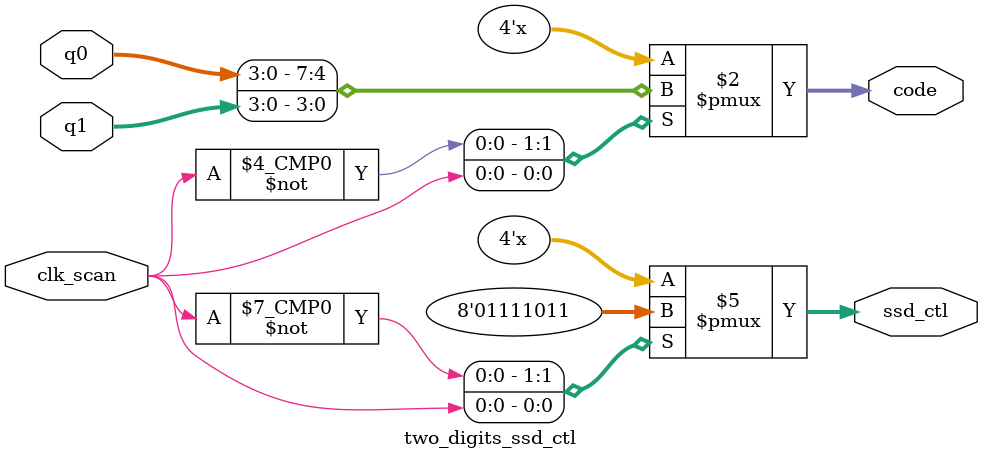
<source format=v>
`timescale 1ns / 1ps


module two_digits_ssd_ctl(
    input clk_scan,
    output [3:0] code,
    output [3:0] ssd_ctl,
    input [3:0] q0,
    input [3:0] q1
    );
    
    reg [3:0] code, ssd_ctl;
    
    always @*
        case(clk_scan)
            1'b0:
            begin
                ssd_ctl = 4'b0111;
                code = q0;
            end
            1'b1:
            begin
                ssd_ctl = 4'b1011;
                code = q1;
            end
            default:
            begin
                ssd_ctl = 4'b1101;
                code = 4'b0000;
            end
        endcase
endmodule

</source>
